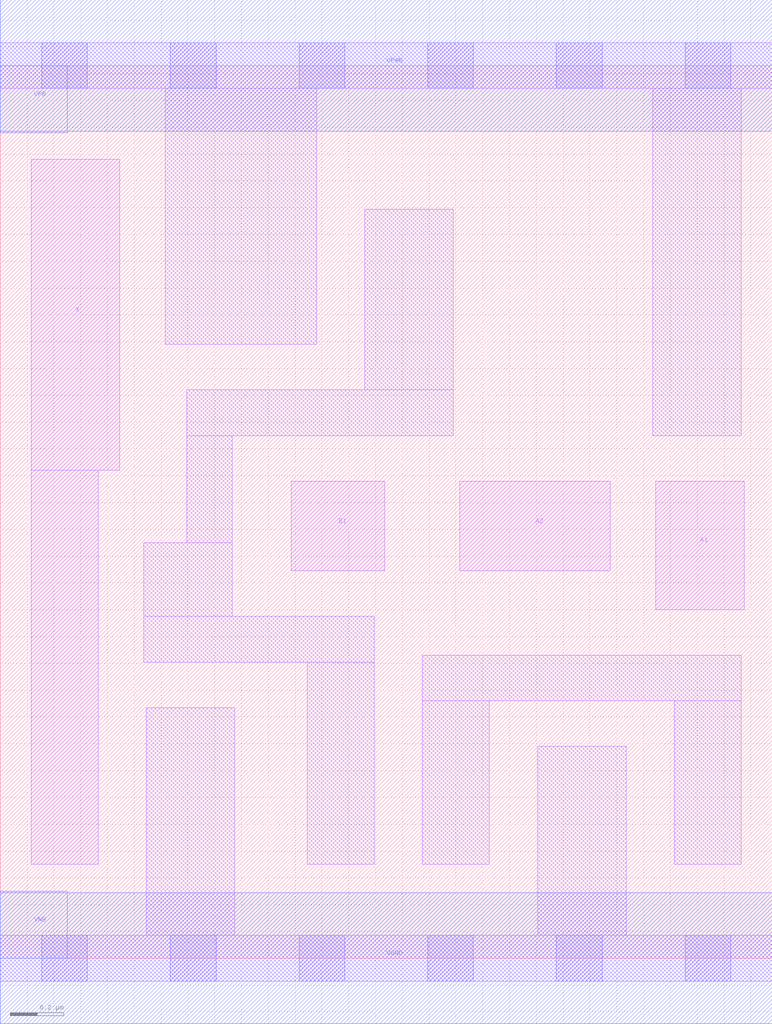
<source format=lef>
# Copyright 2020 The SkyWater PDK Authors
#
# Licensed under the Apache License, Version 2.0 (the "License");
# you may not use this file except in compliance with the License.
# You may obtain a copy of the License at
#
#     https://www.apache.org/licenses/LICENSE-2.0
#
# Unless required by applicable law or agreed to in writing, software
# distributed under the License is distributed on an "AS IS" BASIS,
# WITHOUT WARRANTIES OR CONDITIONS OF ANY KIND, either express or implied.
# See the License for the specific language governing permissions and
# limitations under the License.
#
# SPDX-License-Identifier: Apache-2.0

VERSION 5.5 ;
NAMESCASESENSITIVE ON ;
BUSBITCHARS "[]" ;
DIVIDERCHAR "/" ;
MACRO sky130_fd_sc_ms__o21a_1
  CLASS CORE ;
  SOURCE USER ;
  ORIGIN  0.000000  0.000000 ;
  SIZE  2.880000 BY  3.330000 ;
  SYMMETRY X Y ;
  SITE unit ;
  PIN A1
    ANTENNAGATEAREA  0.246000 ;
    DIRECTION INPUT ;
    USE SIGNAL ;
    PORT
      LAYER li1 ;
        RECT 2.445000 1.300000 2.775000 1.780000 ;
    END
  END A1
  PIN A2
    ANTENNAGATEAREA  0.246000 ;
    DIRECTION INPUT ;
    USE SIGNAL ;
    PORT
      LAYER li1 ;
        RECT 1.715000 1.445000 2.275000 1.780000 ;
    END
  END A2
  PIN B1
    ANTENNAGATEAREA  0.222000 ;
    DIRECTION INPUT ;
    USE SIGNAL ;
    PORT
      LAYER li1 ;
        RECT 1.085000 1.445000 1.435000 1.780000 ;
    END
  END B1
  PIN X
    ANTENNADIFFAREA  0.541300 ;
    DIRECTION OUTPUT ;
    USE SIGNAL ;
    PORT
      LAYER li1 ;
        RECT 0.115000 0.350000 0.365000 1.820000 ;
        RECT 0.115000 1.820000 0.445000 2.980000 ;
    END
  END X
  PIN VGND
    DIRECTION INOUT ;
    USE GROUND ;
    PORT
      LAYER met1 ;
        RECT 0.000000 -0.245000 2.880000 0.245000 ;
    END
  END VGND
  PIN VNB
    DIRECTION INOUT ;
    USE GROUND ;
    PORT
      LAYER met1 ;
        RECT 0.000000 0.000000 0.250000 0.250000 ;
    END
  END VNB
  PIN VPB
    DIRECTION INOUT ;
    USE POWER ;
    PORT
      LAYER met1 ;
        RECT 0.000000 3.080000 0.250000 3.330000 ;
    END
  END VPB
  PIN VPWR
    DIRECTION INOUT ;
    USE POWER ;
    PORT
      LAYER met1 ;
        RECT 0.000000 3.085000 2.880000 3.575000 ;
    END
  END VPWR
  OBS
    LAYER li1 ;
      RECT 0.000000 -0.085000 2.880000 0.085000 ;
      RECT 0.000000  3.245000 2.880000 3.415000 ;
      RECT 0.535000  1.105000 1.395000 1.275000 ;
      RECT 0.535000  1.275000 0.865000 1.550000 ;
      RECT 0.545000  0.085000 0.875000 0.935000 ;
      RECT 0.615000  2.290000 1.180000 3.245000 ;
      RECT 0.695000  1.550000 0.865000 1.950000 ;
      RECT 0.695000  1.950000 1.690000 2.120000 ;
      RECT 1.145000  0.350000 1.395000 1.105000 ;
      RECT 1.360000  2.120000 1.690000 2.795000 ;
      RECT 1.575000  0.350000 1.825000 0.960000 ;
      RECT 1.575000  0.960000 2.765000 1.130000 ;
      RECT 2.005000  0.085000 2.335000 0.790000 ;
      RECT 2.435000  1.950000 2.765000 3.245000 ;
      RECT 2.515000  0.350000 2.765000 0.960000 ;
    LAYER mcon ;
      RECT 0.155000 -0.085000 0.325000 0.085000 ;
      RECT 0.155000  3.245000 0.325000 3.415000 ;
      RECT 0.635000 -0.085000 0.805000 0.085000 ;
      RECT 0.635000  3.245000 0.805000 3.415000 ;
      RECT 1.115000 -0.085000 1.285000 0.085000 ;
      RECT 1.115000  3.245000 1.285000 3.415000 ;
      RECT 1.595000 -0.085000 1.765000 0.085000 ;
      RECT 1.595000  3.245000 1.765000 3.415000 ;
      RECT 2.075000 -0.085000 2.245000 0.085000 ;
      RECT 2.075000  3.245000 2.245000 3.415000 ;
      RECT 2.555000 -0.085000 2.725000 0.085000 ;
      RECT 2.555000  3.245000 2.725000 3.415000 ;
  END
END sky130_fd_sc_ms__o21a_1

</source>
